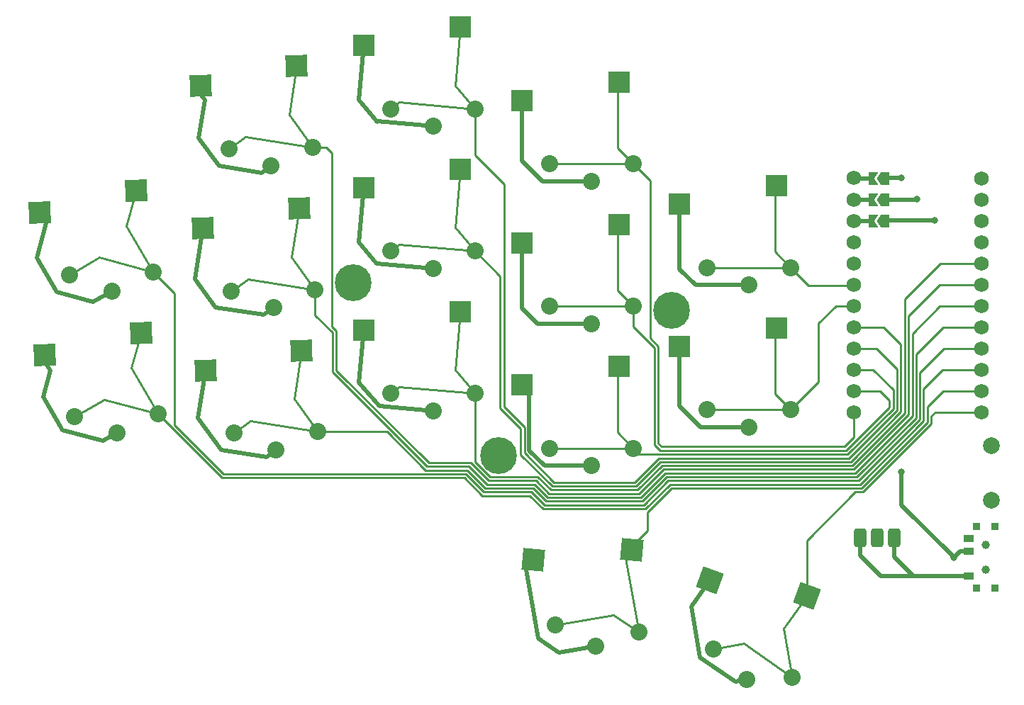
<source format=gtl>
%TF.GenerationSoftware,KiCad,Pcbnew,(6.0.4)*%
%TF.CreationDate,2022-05-15T06:34:31+02:00*%
%TF.ProjectId,battoota,62617474-6f6f-4746-912e-6b696361645f,v1.0.0*%
%TF.SameCoordinates,Original*%
%TF.FileFunction,Copper,L1,Top*%
%TF.FilePolarity,Positive*%
%FSLAX46Y46*%
G04 Gerber Fmt 4.6, Leading zero omitted, Abs format (unit mm)*
G04 Created by KiCad (PCBNEW (6.0.4)) date 2022-05-15 06:34:31*
%MOMM*%
%LPD*%
G01*
G04 APERTURE LIST*
G04 Aperture macros list*
%AMRoundRect*
0 Rectangle with rounded corners*
0 $1 Rounding radius*
0 $2 $3 $4 $5 $6 $7 $8 $9 X,Y pos of 4 corners*
0 Add a 4 corners polygon primitive as box body*
4,1,4,$2,$3,$4,$5,$6,$7,$8,$9,$2,$3,0*
0 Add four circle primitives for the rounded corners*
1,1,$1+$1,$2,$3*
1,1,$1+$1,$4,$5*
1,1,$1+$1,$6,$7*
1,1,$1+$1,$8,$9*
0 Add four rect primitives between the rounded corners*
20,1,$1+$1,$2,$3,$4,$5,0*
20,1,$1+$1,$4,$5,$6,$7,0*
20,1,$1+$1,$6,$7,$8,$9,0*
20,1,$1+$1,$8,$9,$2,$3,0*%
%AMRotRect*
0 Rectangle, with rotation*
0 The origin of the aperture is its center*
0 $1 length*
0 $2 width*
0 $3 Rotation angle, in degrees counterclockwise*
0 Add horizontal line*
21,1,$1,$2,0,0,$3*%
%AMFreePoly0*
4,1,6,0.500000,-0.750000,-0.650000,-0.750000,-0.150000,0.000000,-0.650000,0.750000,0.500000,0.750000,0.500000,-0.750000,0.500000,-0.750000,$1*%
%AMFreePoly1*
4,1,6,1.000000,0.000000,0.500000,-0.750000,-0.500000,-0.750000,-0.500000,0.750000,0.500000,0.750000,1.000000,0.000000,1.000000,0.000000,$1*%
G04 Aperture macros list end*
%TA.AperFunction,SMDPad,CuDef*%
%ADD10R,0.900000X0.900000*%
%TD*%
%TA.AperFunction,SMDPad,CuDef*%
%ADD11R,1.250000X0.900000*%
%TD*%
%TA.AperFunction,ComponentPad*%
%ADD12RoundRect,0.375000X-0.375000X-0.750000X0.375000X-0.750000X0.375000X0.750000X-0.375000X0.750000X0*%
%TD*%
%TA.AperFunction,ComponentPad*%
%ADD13C,2.000000*%
%TD*%
%TA.AperFunction,SMDPad,CuDef*%
%ADD14RotRect,2.600000X2.600000X1.000000*%
%TD*%
%TA.AperFunction,ComponentPad*%
%ADD15C,2.032000*%
%TD*%
%TA.AperFunction,SMDPad,CuDef*%
%ADD16R,2.600000X2.600000*%
%TD*%
%TA.AperFunction,SMDPad,CuDef*%
%ADD17RotRect,2.600000X2.600000X340.000000*%
%TD*%
%TA.AperFunction,WasherPad*%
%ADD18C,1.000000*%
%TD*%
%TA.AperFunction,SMDPad,CuDef*%
%ADD19RotRect,2.600000X2.600000X2.000000*%
%TD*%
%TA.AperFunction,SMDPad,CuDef*%
%ADD20RotRect,2.600000X2.600000X355.000000*%
%TD*%
%TA.AperFunction,ComponentPad*%
%ADD21C,1.752600*%
%TD*%
%TA.AperFunction,SMDPad,CuDef*%
%ADD22FreePoly0,180.000000*%
%TD*%
%TA.AperFunction,SMDPad,CuDef*%
%ADD23R,1.524000X0.500000*%
%TD*%
%TA.AperFunction,SMDPad,CuDef*%
%ADD24FreePoly1,180.000000*%
%TD*%
%TA.AperFunction,ComponentPad*%
%ADD25C,4.400000*%
%TD*%
%TA.AperFunction,ViaPad*%
%ADD26C,0.800000*%
%TD*%
%TA.AperFunction,Conductor*%
%ADD27C,0.250000*%
%TD*%
%TA.AperFunction,Conductor*%
%ADD28C,0.500000*%
%TD*%
G04 APERTURE END LIST*
D10*
%TO.P,T1,*%
%TO.N,*%
X161400140Y52144619D03*
X163600140Y59544619D03*
X163600140Y52144619D03*
X161400140Y59544619D03*
D11*
%TO.P,T1,1*%
%TO.N,Braw*%
X160425140Y53594619D03*
%TO.P,T1,2*%
%TO.N,RAW*%
X160425140Y56594619D03*
%TO.P,T1,3*%
%TO.N,N/C*%
X160425140Y58094619D03*
%TD*%
D12*
%TO.P,PAD1,1*%
%TO.N,Braw*%
X151545396Y58163682D03*
%TO.P,PAD1,2*%
%TO.N,GND*%
X149545396Y58163682D03*
%TO.P,PAD1,3*%
%TO.N,Braw*%
X147545396Y58163682D03*
%TD*%
D13*
%TO.P,B1,1*%
%TO.N,RST*%
X163203191Y69152519D03*
%TO.P,B1,2*%
%TO.N,GND*%
X163203191Y62652519D03*
%TD*%
D14*
%TO.P,S11,1*%
%TO.N,P3*%
X80234007Y114568913D03*
%TO.P,S11,2*%
%TO.N,GND*%
X68724162Y112167673D03*
%TD*%
D15*
%TO.P,S34,1*%
%TO.N,P9*%
X130012277Y44909938D03*
X139409204Y41489736D03*
%TO.P,S34,2*%
%TO.N,GND*%
X133992498Y41226483D03*
X133992498Y41226483D03*
%TD*%
D16*
%TO.P,S15,1*%
%TO.N,P18*%
X99770817Y102196989D03*
%TO.P,S15,2*%
%TO.N,GND*%
X88220817Y99996989D03*
%TD*%
%TO.P,S21,1*%
%TO.N,P16*%
X118686087Y95636017D03*
%TO.P,S21,2*%
%TO.N,GND*%
X107136087Y93436017D03*
%TD*%
D15*
%TO.P,S8,1*%
%TO.N,P5*%
X72723813Y70681159D03*
X82722290Y70855683D03*
%TO.P,S8,2*%
%TO.N,GND*%
X77759701Y68668741D03*
X77759701Y68668741D03*
%TD*%
%TO.P,S14,1*%
%TO.N,P2*%
X91495817Y75446989D03*
X101495817Y75446989D03*
%TO.P,S14,2*%
%TO.N,GND*%
X96495817Y73346989D03*
X96495817Y73346989D03*
%TD*%
%TO.P,S20,1*%
%TO.N,P14*%
X120411087Y68886017D03*
X110411087Y68886017D03*
%TO.P,S20,2*%
%TO.N,GND*%
X115411087Y66786017D03*
X115411087Y66786017D03*
%TD*%
%TO.P,S28,1*%
%TO.N,P19*%
X129218280Y73478852D03*
X139218280Y73478852D03*
%TO.P,S28,2*%
%TO.N,GND*%
X134218280Y71378852D03*
X134218280Y71378852D03*
%TD*%
D16*
%TO.P,S29,1*%
%TO.N,P20*%
X137493280Y100228852D03*
%TO.P,S29,2*%
%TO.N,GND*%
X125943280Y98028852D03*
%TD*%
D17*
%TO.P,S33,1*%
%TO.N,P9*%
X141122930Y51241724D03*
%TO.P,S33,2*%
%TO.N,GND*%
X129517036Y53124733D03*
%TD*%
D14*
%TO.P,S7,1*%
%TO.N,P5*%
X80827391Y80574092D03*
%TO.P,S7,2*%
%TO.N,GND*%
X69317546Y78172852D03*
%TD*%
D18*
%TO.P,T2,*%
%TO.N,*%
X162500140Y57344619D03*
X162500140Y54344619D03*
%TD*%
D19*
%TO.P,S5,1*%
%TO.N,P6*%
X61020882Y99645012D03*
%TO.P,S5,2*%
%TO.N,GND*%
X49554697Y97043263D03*
%TD*%
D16*
%TO.P,S27,1*%
%TO.N,P19*%
X137493280Y83228852D03*
%TO.P,S27,2*%
%TO.N,GND*%
X125943280Y81028852D03*
%TD*%
D14*
%TO.P,S9,1*%
%TO.N,P4*%
X80530699Y97571503D03*
%TO.P,S9,2*%
%TO.N,GND*%
X69020854Y95170263D03*
%TD*%
D15*
%TO.P,S16,1*%
%TO.N,P18*%
X101495817Y92446989D03*
X91495817Y92446989D03*
%TO.P,S16,2*%
%TO.N,GND*%
X96495817Y90346989D03*
X96495817Y90346989D03*
%TD*%
%TO.P,S30,1*%
%TO.N,P20*%
X139218280Y90478852D03*
X129218280Y90478852D03*
%TO.P,S30,2*%
%TO.N,GND*%
X134218280Y88378852D03*
X134218280Y88378852D03*
%TD*%
D16*
%TO.P,S13,1*%
%TO.N,P2*%
X99770817Y85196989D03*
%TO.P,S13,2*%
%TO.N,GND*%
X88220817Y82996989D03*
%TD*%
D15*
%TO.P,S24,1*%
%TO.N,P10*%
X110411087Y102886017D03*
X120411087Y102886017D03*
%TO.P,S24,2*%
%TO.N,GND*%
X115411087Y100786017D03*
X115411087Y100786017D03*
%TD*%
D16*
%TO.P,S17,1*%
%TO.N,P15*%
X99770818Y119196989D03*
%TO.P,S17,2*%
%TO.N,GND*%
X88220818Y116996989D03*
%TD*%
D15*
%TO.P,S4,1*%
%TO.N,P7*%
X53684484Y72622512D03*
X63678392Y72971507D03*
%TO.P,S4,2*%
%TO.N,GND*%
X58754727Y70698289D03*
X58754727Y70698289D03*
%TD*%
%TO.P,S10,1*%
%TO.N,P4*%
X72427121Y87678570D03*
X82425598Y87853094D03*
%TO.P,S10,2*%
%TO.N,GND*%
X77463009Y85666152D03*
X77463009Y85666152D03*
%TD*%
%TO.P,S22,1*%
%TO.N,P16*%
X110411087Y85886017D03*
X120411087Y85886017D03*
%TO.P,S22,2*%
%TO.N,GND*%
X115411087Y83786017D03*
X115411087Y83786017D03*
%TD*%
D20*
%TO.P,S31,1*%
%TO.N,P8*%
X120202198Y56755443D03*
%TO.P,S31,2*%
%TO.N,GND*%
X108504407Y55570464D03*
%TD*%
D21*
%TO.P,MCU1,*%
%TO.N,*%
X161977213Y98602542D03*
D22*
X148993690Y98602542D03*
X148993690Y101142542D03*
D23*
X148068690Y96062542D03*
D21*
X161977213Y96062542D03*
X146737213Y96062542D03*
D23*
X148068690Y101142542D03*
D22*
X148993690Y96062542D03*
D23*
X148068690Y98602542D03*
D21*
X146737213Y101226288D03*
X161977213Y101142542D03*
X146737213Y98602542D03*
D24*
%TO.P,MCU1,1*%
%TO.N,RAW*%
X150443690Y101142542D03*
%TO.P,MCU1,2*%
%TO.N,GND*%
X150443690Y98602542D03*
%TO.P,MCU1,3*%
%TO.N,RST*%
X150443690Y96062542D03*
D21*
%TO.P,MCU1,4*%
%TO.N,N/C*%
X146737213Y93522542D03*
%TO.P,MCU1,5*%
%TO.N,P21*%
X146737213Y90982542D03*
%TO.P,MCU1,6*%
%TO.N,P20*%
X146737213Y88442542D03*
%TO.P,MCU1,7*%
%TO.N,P19*%
X146737213Y85902542D03*
%TO.P,MCU1,8*%
%TO.N,P18*%
X146737213Y83362542D03*
%TO.P,MCU1,9*%
%TO.N,P15*%
X146737213Y80822542D03*
%TO.P,MCU1,10*%
%TO.N,P14*%
X146737213Y78282542D03*
%TO.P,MCU1,11*%
%TO.N,P16*%
X146737213Y75742542D03*
%TO.P,MCU1,12*%
%TO.N,P10*%
X146737213Y73202542D03*
%TO.P,MCU1,16*%
%TO.N,N/C*%
X161977213Y93522542D03*
%TO.P,MCU1,17*%
%TO.N,P2*%
X161977213Y90982542D03*
%TO.P,MCU1,18*%
%TO.N,P3*%
X161977213Y88442542D03*
%TO.P,MCU1,19*%
%TO.N,P4*%
X161977213Y85902542D03*
%TO.P,MCU1,20*%
%TO.N,P5*%
X161977213Y83362542D03*
%TO.P,MCU1,21*%
%TO.N,P6*%
X161977213Y80822542D03*
%TO.P,MCU1,22*%
%TO.N,P7*%
X161977213Y78282542D03*
%TO.P,MCU1,23*%
%TO.N,P8*%
X161977213Y75742542D03*
%TO.P,MCU1,24*%
%TO.N,P9*%
X161977213Y73202542D03*
%TD*%
D19*
%TO.P,S3,1*%
%TO.N,P7*%
X61614173Y82655366D03*
%TO.P,S3,2*%
%TO.N,GND*%
X50147988Y80053617D03*
%TD*%
D15*
%TO.P,S32,1*%
%TO.N,P8*%
X121070866Y46892201D03*
X111108919Y47763759D03*
%TO.P,S32,2*%
%TO.N,GND*%
X115906865Y45235971D03*
X115906865Y45235971D03*
%TD*%
D25*
%TO.P,REF\u002A\u002A,1*%
%TO.N,N/C*%
X104305468Y68036462D03*
X124943294Y85353654D03*
X86988276Y88674288D03*
%TD*%
D15*
%TO.P,S12,1*%
%TO.N,P3*%
X82128906Y104850504D03*
X72130429Y104675980D03*
%TO.P,S12,2*%
%TO.N,GND*%
X77166317Y102663562D03*
X77166317Y102663562D03*
%TD*%
D16*
%TO.P,S23,1*%
%TO.N,P10*%
X118686087Y112636017D03*
%TO.P,S23,2*%
%TO.N,GND*%
X107136087Y110436017D03*
%TD*%
D15*
%TO.P,S6,1*%
%TO.N,P6*%
X53091193Y89612158D03*
X63085101Y89961153D03*
%TO.P,S6,2*%
%TO.N,GND*%
X58161436Y87687935D03*
X58161436Y87687935D03*
%TD*%
D16*
%TO.P,S19,1*%
%TO.N,P14*%
X118686087Y78636017D03*
%TO.P,S19,2*%
%TO.N,GND*%
X107136087Y76436017D03*
%TD*%
D15*
%TO.P,S18,1*%
%TO.N,P15*%
X91495818Y109446989D03*
X101495818Y109446989D03*
%TO.P,S18,2*%
%TO.N,GND*%
X96495818Y107346989D03*
X96495818Y107346989D03*
%TD*%
D26*
%TO.N,GND*%
X154304587Y98650426D03*
%TO.N,RAW*%
X158661253Y55844619D03*
X152400000Y66040000D03*
X152400000Y101213143D03*
%TO.N,RST*%
X156389782Y96106346D03*
%TD*%
D27*
%TO.N,P8*%
X120202198Y57143634D02*
X120202198Y56755443D01*
X122087342Y59028778D02*
X120202198Y57143634D01*
X124965220Y64111751D02*
X122087342Y61233873D01*
X155527414Y71973710D02*
X147665454Y64111751D01*
X157416933Y75742542D02*
X155527414Y73853023D01*
X147665454Y64111751D02*
X124965220Y64111751D01*
X122087342Y61233873D02*
X122087342Y59028778D01*
X161977213Y75742542D02*
X157416933Y75742542D01*
X155527414Y73853023D02*
X155527414Y71973710D01*
%TO.N,P9*%
X141122930Y57862087D02*
X141122930Y51241724D01*
X146923074Y63662231D02*
X141122930Y57862087D01*
X155976934Y71787514D02*
X147851651Y63662231D01*
X147851651Y63662231D02*
X146923074Y63662231D01*
X155976934Y72716091D02*
X155976934Y71787514D01*
X161977213Y73202542D02*
X156463385Y73202542D01*
X156463385Y73202542D02*
X155976934Y72716091D01*
%TO.N,P6*%
X161977213Y80822542D02*
X157527339Y80822542D01*
X63085101Y89961153D02*
X56672000Y91679537D01*
X61020881Y99645012D02*
X59902943Y95472810D01*
X124592825Y65010791D02*
X121686138Y62104105D01*
X56672000Y91679537D02*
X53091193Y89612157D01*
X59902943Y95472810D02*
X63085101Y89961153D01*
X157527339Y80822542D02*
X154628374Y77923577D01*
X147293059Y65010791D02*
X124592825Y65010791D01*
X108250914Y63666865D02*
X102561997Y63666865D01*
X154628374Y77923577D02*
X154628374Y72346106D01*
X71496750Y65788867D02*
X65666218Y71619400D01*
X65666218Y71619400D02*
X65666218Y87380036D01*
X109813674Y62104105D02*
X108250914Y63666865D01*
X154628374Y72346106D02*
X147293059Y65010791D01*
X102561997Y63666865D02*
X100432043Y65796819D01*
X100432043Y65796819D02*
X87231438Y65796819D01*
X87223486Y65788867D02*
X71496750Y65788867D01*
X87231438Y65796819D02*
X87223486Y65788867D01*
X121686138Y62104105D02*
X109813674Y62104105D01*
X65666218Y87380036D02*
X63085101Y89961153D01*
D28*
%TO.N,GND*%
X69265448Y110482908D02*
X68601960Y111396121D01*
X96495817Y73346988D02*
X90063534Y73909740D01*
X134218280Y88378852D02*
X127851901Y88378852D01*
X68542790Y105920223D02*
X69265448Y110482908D01*
X128490798Y71378852D02*
X125943280Y73926370D01*
X77463009Y85666151D02*
X76300581Y84821598D01*
X125943280Y90287473D02*
X125943280Y98028852D01*
X68601960Y111396121D02*
X68724162Y112167674D01*
X70939751Y102621090D02*
X68542790Y105920223D01*
X76300581Y84821598D02*
X70510508Y85738655D01*
X107989666Y75582438D02*
X107136087Y76436017D01*
X71178441Y68682446D02*
X68416507Y72483922D01*
X90063534Y73909740D02*
X87674843Y76756471D01*
X50797124Y78169754D02*
X50008985Y79534853D01*
X128386883Y43911271D02*
X127316454Y49981975D01*
X109079387Y46196962D02*
X107643404Y54340825D01*
X115411087Y66786017D02*
X109815760Y66786017D01*
X58754726Y70698291D02*
X57111900Y69749804D01*
X76597272Y67824186D02*
X71178441Y68682446D01*
X109815760Y66786017D02*
X107989666Y68612111D01*
X115411087Y83786017D02*
X108973745Y83786017D01*
X77759700Y68668740D02*
X76597272Y67824186D01*
X57111900Y69749804D02*
X52225845Y71059019D01*
X76003891Y101819009D02*
X70939751Y102621090D01*
X115906865Y45235972D02*
X111549180Y44467594D01*
X52225845Y71059019D02*
X49948656Y75003224D01*
X134218280Y71378852D02*
X128490798Y71378852D01*
X107136087Y103216201D02*
X107136087Y110436017D01*
X89868208Y107926829D02*
X89834546Y107898584D01*
X96495818Y107346989D02*
X89868208Y107926829D01*
X115411087Y100786017D02*
X109566271Y100786017D01*
X70510508Y85738655D02*
X68061016Y89110091D01*
X87651732Y93492315D02*
X88220817Y99996988D01*
X68061016Y89110091D02*
X69020854Y95170263D01*
X50008985Y79534853D02*
X50147987Y80053618D01*
X127316454Y49981975D02*
X129517036Y53124733D01*
X111549180Y44467594D02*
X109079387Y46196962D01*
X132577487Y40976978D02*
X128386883Y43911271D01*
X107989666Y68612111D02*
X107989666Y75582438D01*
X154256703Y98602542D02*
X150443690Y98602542D01*
X108153560Y76015027D02*
X107136087Y77032500D01*
X109566271Y100786017D02*
X107136087Y103216201D01*
X96495817Y90346988D02*
X89799377Y90932851D01*
X51559059Y87521607D02*
X49177102Y91647279D01*
X87674843Y76756471D02*
X88220817Y82996988D01*
X89799377Y90932851D02*
X87651732Y93492315D01*
X108973745Y83786017D02*
X107136087Y85623675D01*
X154304587Y98650426D02*
X154256703Y98602542D01*
X127851901Y88378852D02*
X125943280Y90287473D01*
X49177102Y91647279D02*
X50284328Y95779502D01*
X89834546Y107898584D02*
X87652338Y110499238D01*
X58161435Y87687934D02*
X55871798Y86366011D01*
X77166318Y102663562D02*
X76003891Y101819009D01*
X133992498Y41226483D02*
X132577487Y40976978D01*
X68416507Y72483922D02*
X69317544Y78172851D01*
X55871798Y86366011D02*
X51559059Y87521607D01*
X107136087Y85623675D02*
X107136087Y93436017D01*
X50284328Y95779502D02*
X49554696Y97043263D01*
X49948656Y75003224D02*
X50797124Y78169754D01*
X125943280Y73926370D02*
X125943280Y81028852D01*
X87652338Y110499238D02*
X88220818Y116996988D01*
D27*
%TO.N,P5*%
X82722290Y70855683D02*
X91007423Y70855683D01*
X121499941Y62553625D02*
X124406628Y65460311D01*
X102748195Y64116385D02*
X108437111Y64116385D01*
X124406628Y65460311D02*
X147106862Y65460311D01*
X109999871Y62553625D02*
X121499941Y62553625D01*
X79902789Y74736390D02*
X82722289Y70855682D01*
X91007423Y70855683D02*
X95616768Y66246339D01*
X108437111Y64116385D02*
X109999871Y62553625D01*
X157383378Y83345369D02*
X161960040Y83345369D01*
X82722289Y70855682D02*
X74710558Y72124615D01*
X154178854Y80140845D02*
X157383378Y83345369D01*
X80827390Y80574092D02*
X79902789Y74736390D01*
X147106862Y65460311D02*
X154178854Y72532303D01*
X74710558Y72124615D02*
X72723811Y70681160D01*
X154178854Y72532303D02*
X154178854Y80140845D01*
X100618241Y66246339D02*
X102748195Y64116385D01*
X95616768Y66246339D02*
X100618241Y66246339D01*
%TO.N,P4*%
X161974956Y85904799D02*
X161977213Y85902542D01*
X157024799Y85904799D02*
X161974956Y85904799D01*
X124220427Y65909831D02*
X146920664Y65909831D01*
X79606098Y91733801D02*
X82425597Y87853093D01*
X95802965Y66695859D02*
X100804437Y66695859D01*
X121313741Y63003145D02*
X124220427Y65909831D01*
X80530700Y97571504D02*
X79606098Y91733801D01*
X110186071Y63003145D02*
X121313741Y63003145D01*
X153729334Y72718501D02*
X153729334Y82609334D01*
X82425598Y84787864D02*
X84487342Y82726120D01*
X100804437Y66695859D02*
X102934392Y64565905D01*
X102934392Y64565905D02*
X108623311Y64565905D01*
X153729334Y82609334D02*
X157024799Y85904799D01*
X84487342Y78011481D02*
X95802965Y66695859D01*
X108623311Y64565905D02*
X110186071Y63003145D01*
X84487342Y82726120D02*
X84487342Y78011481D01*
X82425597Y87853093D02*
X74413868Y89122027D01*
X82425598Y87853094D02*
X82425598Y84787864D01*
X74413868Y89122027D02*
X72427121Y87678570D01*
X146920664Y65909831D02*
X153729334Y72718501D01*
%TO.N,P3*%
X74117177Y106119438D02*
X72130429Y104675981D01*
X103120589Y65015425D02*
X108809508Y65015425D01*
X80234009Y114568915D02*
X79309407Y108731213D01*
X95989162Y67145379D02*
X100990635Y67145379D01*
X124034230Y66359351D02*
X146734466Y66359351D01*
X146734466Y66359351D02*
X153249052Y72873937D01*
X153249052Y72873937D02*
X153249052Y84703008D01*
X82128906Y104850504D02*
X83752308Y104850504D01*
X153249052Y84703008D02*
X156988586Y88442542D01*
X84463765Y83385414D02*
X84936862Y82912317D01*
X82128907Y104850504D02*
X74117177Y106119438D01*
X121127543Y63452665D02*
X124034230Y66359351D01*
X108809508Y65015425D02*
X110372268Y63452665D01*
X83752308Y104850504D02*
X84463765Y104139047D01*
X84936862Y82912317D02*
X84936862Y78197679D01*
X110372268Y63452665D02*
X121127543Y63452665D01*
X156988586Y88442542D02*
X161977213Y88442542D01*
X100990635Y67145379D02*
X103120589Y65015425D01*
X79309407Y108731213D02*
X82128907Y104850504D01*
X84463765Y104139047D02*
X84463765Y83385414D01*
X84936862Y78197679D02*
X95989162Y67145379D01*
%TO.N,P2*%
X92440020Y76239268D02*
X91495817Y75446988D01*
X123848033Y66808871D02*
X146548268Y66808871D01*
X152799532Y86738477D02*
X157043597Y90982542D01*
X108995705Y65464945D02*
X110558465Y63902185D01*
X101495817Y75446989D02*
X99161220Y78229254D01*
X99161220Y78229254D02*
X99770817Y85196989D01*
X146548268Y66808871D02*
X152799532Y73060135D01*
X110558465Y63902185D02*
X120941347Y63902185D01*
X120941347Y63902185D02*
X123848033Y66808871D01*
X103306786Y65464945D02*
X108995705Y65464945D01*
X157043597Y90982542D02*
X161977213Y90982542D01*
X101495817Y75446989D02*
X92440020Y76239268D01*
X101495817Y67275914D02*
X103306786Y65464945D01*
X101495817Y75446989D02*
X101495817Y67275914D01*
X152799532Y73060135D02*
X152799532Y86738477D01*
%TO.N,P18*%
X120755149Y64351705D02*
X123661836Y67258391D01*
X146362070Y67258391D02*
X152350012Y73246333D01*
X152350012Y81329988D02*
X150317458Y83362542D01*
X104528680Y89414126D02*
X104528680Y73670546D01*
X101495817Y92446989D02*
X92440019Y93239269D01*
X99161219Y95229254D02*
X101495817Y92446989D01*
X106965626Y68130741D02*
X110744662Y64351705D01*
X106965626Y71233600D02*
X106965626Y68130741D01*
X150317458Y83362542D02*
X146737213Y83362542D01*
X152350012Y73246333D02*
X152350012Y81329988D01*
X104528680Y73670546D02*
X106965626Y71233600D01*
X99770817Y102196989D02*
X99161219Y95229254D01*
X101495817Y92446989D02*
X104528680Y89414126D01*
X110744662Y64351705D02*
X120755149Y64351705D01*
X92440019Y93239269D02*
X91495817Y92446988D01*
X123661836Y67258391D02*
X146362070Y67258391D01*
%TO.N,P15*%
X123475639Y67707911D02*
X146175872Y67707911D01*
X120568951Y64801225D02*
X123475639Y67707911D01*
X104978200Y73856742D02*
X107415146Y71419797D01*
X99770818Y119196989D02*
X99161220Y112229254D01*
X107415146Y68316938D02*
X110930859Y64801225D01*
X101495818Y109446989D02*
X101495818Y103938308D01*
X146175872Y67707911D02*
X151900492Y73432531D01*
X151900492Y73432531D02*
X151900492Y78376564D01*
X92440020Y110239269D02*
X91495817Y109446988D01*
X151900492Y78376564D02*
X149454514Y80822542D01*
X104978200Y100455926D02*
X104978200Y73856742D01*
X101495818Y103938308D02*
X104978200Y100455926D01*
X149454514Y80822542D02*
X146737213Y80822542D01*
X110930859Y64801225D02*
X120568951Y64801225D01*
X107415146Y71419797D02*
X107415146Y68316938D01*
X101495817Y109446989D02*
X92440020Y110239269D01*
X99161220Y112229254D02*
X101495817Y109446989D01*
%TO.N,P14*%
X151450972Y75858105D02*
X151450972Y73618729D01*
X151450972Y73618729D02*
X146001033Y68168790D01*
X120411087Y68886017D02*
X110411087Y68886017D01*
X118536566Y78486496D02*
X118536566Y70760538D01*
X121128314Y68168790D02*
X120411087Y68886017D01*
X146737213Y78282542D02*
X149026535Y78282542D01*
X149026535Y78282542D02*
X151450972Y75858105D01*
X118536566Y70760538D02*
X120411087Y68886017D01*
X146001033Y68168790D02*
X121128314Y68168790D01*
X118686087Y78636017D02*
X118536566Y78486496D01*
%TO.N,P16*%
X118536566Y87760538D02*
X120411087Y85886017D01*
X122966194Y69259780D02*
X123607665Y68618310D01*
X110411087Y85886017D02*
X120411087Y85886017D01*
X123607665Y68618310D02*
X145814835Y68618310D01*
X118536566Y95486496D02*
X118536566Y87760538D01*
X151001452Y73804926D02*
X151001452Y74601090D01*
X145814835Y68618310D02*
X151001452Y73804926D01*
X151001452Y74601090D02*
X149860000Y75742542D01*
X149860000Y75742542D02*
X146737213Y75742542D01*
X120411087Y85886017D02*
X120411087Y83431958D01*
X118686087Y95636017D02*
X118536566Y95486496D01*
X122966194Y80876851D02*
X122966194Y69259780D01*
X120411087Y83431958D02*
X122966194Y80876851D01*
%TO.N,P10*%
X118536566Y112486496D02*
X118536566Y104760538D01*
X122404871Y100892233D02*
X122404871Y82073892D01*
X122404871Y82073892D02*
X123415714Y81063048D01*
X123415714Y81063048D02*
X123415714Y69445978D01*
X120411087Y102886017D02*
X110411087Y102886017D01*
X145628638Y69067830D02*
X146737213Y70176405D01*
X118686087Y112636017D02*
X118536566Y112486496D01*
X123415714Y69445978D02*
X123793862Y69067830D01*
X120411087Y102886017D02*
X122404871Y100892233D01*
X123793862Y69067830D02*
X145628638Y69067830D01*
X146737213Y70176405D02*
X146737213Y73202542D01*
X118536566Y104760538D02*
X120411087Y102886017D01*
%TO.N,P19*%
X144607863Y85902542D02*
X146737213Y85902542D01*
X137343759Y75353373D02*
X137343759Y83079331D01*
X142540891Y83835570D02*
X144607863Y85902542D01*
X142540891Y76801463D02*
X142540891Y83835570D01*
X139218280Y73478852D02*
X137343759Y75353373D01*
X137343759Y83079331D02*
X137493280Y83228852D01*
X139218280Y73478852D02*
X142540891Y76801463D01*
X129218280Y73478852D02*
X139218280Y73478852D01*
%TO.N,P20*%
X141329875Y88367257D02*
X146661928Y88367257D01*
X139218280Y90478852D02*
X141329875Y88367257D01*
X137343759Y92353373D02*
X137343759Y100079331D01*
X137343759Y100079331D02*
X137493280Y100228852D01*
X139218280Y90478852D02*
X137343759Y92353373D01*
X146661928Y88367257D02*
X146737213Y88442542D01*
X129218280Y90478852D02*
X139218280Y90478852D01*
%TO.N,P7*%
X157360570Y78282542D02*
X155077894Y75999866D01*
X60496235Y78483166D02*
X63678391Y72971508D01*
X102375799Y63217345D02*
X100245845Y65347299D01*
X161977213Y78282542D02*
X157360570Y78282542D01*
X121872335Y61654585D02*
X109627476Y61654585D01*
X124779022Y64561271D02*
X121872335Y61654585D01*
X155077894Y72159908D02*
X147479257Y64561271D01*
X147479257Y64561271D02*
X124779022Y64561271D01*
X100245845Y65347299D02*
X87417636Y65347299D01*
X109627476Y61654585D02*
X108064716Y63217345D01*
X63678391Y72971508D02*
X57265292Y74689892D01*
X87417636Y65347299D02*
X87409683Y65339347D01*
X108064716Y63217345D02*
X102375799Y63217345D01*
X57265292Y74689892D02*
X53684483Y72622512D01*
X71310552Y65339347D02*
X63678392Y72971507D01*
X87409683Y65339347D02*
X71310552Y65339347D01*
X155077894Y75999866D02*
X155077894Y72159908D01*
X61614172Y82655367D02*
X60496235Y78483166D01*
%TO.N,P8*%
X118072562Y48991637D02*
X111108918Y47763759D01*
X121070866Y46892202D02*
X118072562Y48991637D01*
X119506821Y55762341D02*
X121070866Y46892202D01*
%TO.N,P9*%
X133616924Y45545534D02*
X130012277Y44909937D01*
X141122930Y51241724D02*
X138380313Y47324862D01*
X139409203Y41489736D02*
X133616924Y45545534D01*
X138380313Y47324862D02*
X139409203Y41489736D01*
D28*
%TO.N,RAW*%
X152400000Y62118371D02*
X158661253Y55857118D01*
X152372041Y101185184D02*
X150419502Y101185184D01*
X152400000Y101213143D02*
X152372041Y101185184D01*
X158661253Y55857118D02*
X158661253Y55844619D01*
X159411253Y56594619D02*
X160425140Y56594619D01*
X152400000Y66040000D02*
X152400000Y62118371D01*
X158661253Y55844619D02*
X159411253Y56594619D01*
%TO.N,RST*%
X150466332Y96085184D02*
X150443690Y96062542D01*
X156389782Y96106346D02*
X156368620Y96085184D01*
X156368620Y96085184D02*
X150466332Y96085184D01*
%TO.N,Braw*%
X149987226Y53594619D02*
X147545396Y56036449D01*
X160425140Y53594619D02*
X149987226Y53594619D01*
X151545396Y55929571D02*
X153880348Y53594619D01*
X147545396Y56036449D02*
X147545396Y58163682D01*
X153880348Y53594619D02*
X160425140Y53594619D01*
X151545396Y58163682D02*
X151545396Y55929571D01*
%TD*%
M02*

</source>
